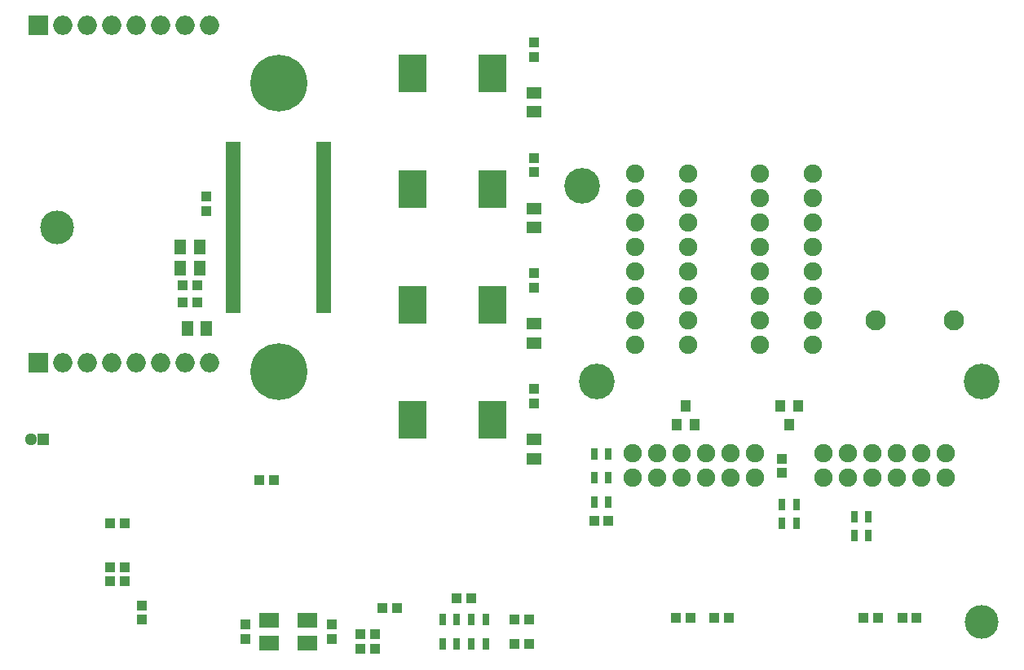
<source format=gbr>
G04 #@! TF.FileFunction,Soldermask,Bot*
%FSLAX46Y46*%
G04 Gerber Fmt 4.6, Leading zero omitted, Abs format (unit mm)*
G04 Created by KiCad (PCBNEW 4.0.7-e2-6376~58~ubuntu16.04.1) date Mon Jun 18 09:55:01 2018*
%MOMM*%
%LPD*%
G01*
G04 APERTURE LIST*
%ADD10C,0.100000*%
%ADD11C,3.500000*%
%ADD12R,1.300000X1.550000*%
%ADD13R,1.050000X1.100000*%
%ADD14R,1.550000X1.300000*%
%ADD15R,1.100000X1.050000*%
%ADD16R,1.500000X0.700000*%
%ADD17R,3.000000X3.900000*%
%ADD18R,0.800000X1.200000*%
%ADD19R,1.300000X1.300000*%
%ADD20O,1.300000X1.300000*%
%ADD21R,1.100000X1.200000*%
%ADD22R,2.000000X2.000000*%
%ADD23O,2.000000X2.000000*%
%ADD24C,5.900000*%
%ADD25R,2.100000X1.500000*%
%ADD26C,1.900000*%
%ADD27C,3.700000*%
%ADD28C,2.100000*%
G04 APERTURE END LIST*
D10*
D11*
X79000000Y-75000000D03*
D12*
X94500000Y-85500000D03*
X92500000Y-85500000D03*
D13*
X94500000Y-73250000D03*
X94500000Y-71750000D03*
D12*
X93750000Y-79250000D03*
X91750000Y-79250000D03*
X93750000Y-77000000D03*
X91750000Y-77000000D03*
D14*
X128500000Y-61000000D03*
X128500000Y-63000000D03*
X128500000Y-73000000D03*
X128500000Y-75000000D03*
X128500000Y-85000000D03*
X128500000Y-87000000D03*
X128500000Y-97000000D03*
X128500000Y-99000000D03*
D13*
X128500000Y-55750000D03*
X128500000Y-57250000D03*
X128500000Y-67750000D03*
X128500000Y-69250000D03*
X128500000Y-79750000D03*
X128500000Y-81250000D03*
X128500000Y-91750000D03*
X128500000Y-93250000D03*
D15*
X86000000Y-111750000D03*
X84500000Y-111750000D03*
D13*
X154250000Y-100500000D03*
X154250000Y-99000000D03*
D15*
X86000000Y-105750000D03*
X84500000Y-105750000D03*
X86000000Y-110250000D03*
X84500000Y-110250000D03*
D13*
X87750000Y-114250000D03*
X87750000Y-115750000D03*
D15*
X100000000Y-101250000D03*
X101500000Y-101250000D03*
D13*
X98500000Y-117750000D03*
X98500000Y-116250000D03*
X107500000Y-116250000D03*
X107500000Y-117750000D03*
D15*
X112750000Y-114500000D03*
X114250000Y-114500000D03*
D13*
X110500000Y-117250000D03*
X110500000Y-118750000D03*
X112000000Y-117250000D03*
X112000000Y-118750000D03*
D15*
X128000000Y-115750000D03*
X126500000Y-115750000D03*
X128000000Y-118250000D03*
X126500000Y-118250000D03*
X122000000Y-113500000D03*
X120500000Y-113500000D03*
X136250000Y-105500000D03*
X134750000Y-105500000D03*
X162750000Y-115500000D03*
X164250000Y-115500000D03*
X143250000Y-115500000D03*
X144750000Y-115500000D03*
X168250000Y-115500000D03*
X166750000Y-115500000D03*
X148750000Y-115500000D03*
X147250000Y-115500000D03*
D16*
X97300000Y-83572500D03*
X97300000Y-82937500D03*
X97300000Y-82302500D03*
X97300000Y-81667500D03*
X97300000Y-81032500D03*
X97300000Y-80397500D03*
X97300000Y-79762500D03*
X97300000Y-79127500D03*
X97300000Y-78492500D03*
X97300000Y-77857500D03*
X97300000Y-77222500D03*
X97300000Y-76587500D03*
X97300000Y-75952500D03*
X97300000Y-75317500D03*
X97300000Y-74682500D03*
X97300000Y-74047500D03*
X97300000Y-73412500D03*
X97300000Y-72777500D03*
X97300000Y-72142500D03*
X97300000Y-71507500D03*
X97300000Y-70872500D03*
X97300000Y-70237500D03*
X97300000Y-69602500D03*
X97300000Y-68967500D03*
X97300000Y-68332500D03*
X97300000Y-67697500D03*
X97300000Y-67062500D03*
X97300000Y-66427500D03*
X106700000Y-66427500D03*
X106700000Y-67062500D03*
X106700000Y-67697500D03*
X106700000Y-68332500D03*
X106700000Y-68967500D03*
X106700000Y-69602500D03*
X106700000Y-70237500D03*
X106700000Y-70872500D03*
X106700000Y-71507500D03*
X106700000Y-72142500D03*
X106700000Y-72777500D03*
X106700000Y-73412500D03*
X106700000Y-74047500D03*
X106700000Y-74682500D03*
X106700000Y-75317500D03*
X106700000Y-75952500D03*
X106700000Y-76587500D03*
X106700000Y-77222500D03*
X106700000Y-77857500D03*
X106700000Y-78492500D03*
X106700000Y-79127500D03*
X106700000Y-79762500D03*
X106700000Y-80397500D03*
X106700000Y-81032500D03*
X106700000Y-81667500D03*
X106700000Y-82302500D03*
X106700000Y-82937500D03*
X106700000Y-83572500D03*
D17*
X115850000Y-59000000D03*
X124150000Y-59000000D03*
X115850000Y-71000000D03*
X124150000Y-71000000D03*
X115850000Y-83000000D03*
X124150000Y-83000000D03*
X115850000Y-95000000D03*
X124150000Y-95000000D03*
D18*
X155750000Y-105750000D03*
X154250000Y-105750000D03*
X155750000Y-103750000D03*
X154250000Y-103750000D03*
X163250000Y-107000000D03*
X161750000Y-107000000D03*
X163250000Y-105000000D03*
X161750000Y-105000000D03*
X119000000Y-115750000D03*
X120500000Y-115750000D03*
X119000000Y-118250000D03*
X120500000Y-118250000D03*
X122000000Y-115750000D03*
X123500000Y-115750000D03*
X122000000Y-118250000D03*
X123500000Y-118250000D03*
X134750000Y-98500000D03*
X136250000Y-98500000D03*
X134750000Y-101000000D03*
X136250000Y-101000000D03*
X136250000Y-103500000D03*
X134750000Y-103500000D03*
D19*
X77500000Y-97000000D03*
D20*
X76230000Y-97000000D03*
D21*
X154050000Y-93500000D03*
X155950000Y-93500000D03*
X155000000Y-95500000D03*
X145200000Y-95500000D03*
X143300000Y-95500000D03*
X144250000Y-93500000D03*
D22*
X77000000Y-89000000D03*
D23*
X79540000Y-89000000D03*
X82080000Y-89000000D03*
X84620000Y-89000000D03*
X87160000Y-89000000D03*
X89700000Y-89000000D03*
X92240000Y-89000000D03*
X94780000Y-89000000D03*
D22*
X77000000Y-54000000D03*
D23*
X79540000Y-54000000D03*
X82080000Y-54000000D03*
X84620000Y-54000000D03*
X87160000Y-54000000D03*
X89700000Y-54000000D03*
X92240000Y-54000000D03*
X94780000Y-54000000D03*
D24*
X102000000Y-90000000D03*
X102000000Y-60000000D03*
D11*
X175000000Y-116000000D03*
D25*
X101000000Y-115800000D03*
X105000000Y-115800000D03*
X105000000Y-118200000D03*
X101000000Y-118200000D03*
D26*
X138780000Y-98450000D03*
X141320000Y-98450000D03*
X143860000Y-98450000D03*
X146400000Y-98450000D03*
X148940000Y-98450000D03*
X151480000Y-98450000D03*
X138780000Y-100990000D03*
X141320000Y-100990000D03*
X143860000Y-100990000D03*
X146400000Y-100990000D03*
X148940000Y-100990000D03*
X151480000Y-100990000D03*
X158520000Y-98450000D03*
X161060000Y-98450000D03*
X163600000Y-98450000D03*
X166140000Y-98450000D03*
X168680000Y-98450000D03*
X171220000Y-98450000D03*
X158520000Y-100990000D03*
X161060000Y-100990000D03*
X163600000Y-100990000D03*
X166140000Y-100990000D03*
X168680000Y-100990000D03*
X171220000Y-100990000D03*
X138980000Y-69400000D03*
X138980000Y-74480000D03*
X138980000Y-79560000D03*
X138980000Y-84640000D03*
X144480000Y-69400000D03*
X144480000Y-74480000D03*
X144480000Y-79560000D03*
X144480000Y-84640000D03*
X151980000Y-69400000D03*
X151980000Y-74480000D03*
X151980000Y-79560000D03*
X151980000Y-84640000D03*
X157480000Y-69400000D03*
X157480000Y-74480000D03*
X157480000Y-79560000D03*
X157480000Y-84640000D03*
X138980000Y-71940000D03*
X138980000Y-77020000D03*
X138980000Y-82100000D03*
X138980000Y-87180000D03*
X144480000Y-71940000D03*
X144480000Y-77020000D03*
X144480000Y-82100000D03*
X144480000Y-87180000D03*
X151980000Y-71940000D03*
X151980000Y-77020000D03*
X151980000Y-82100000D03*
X151980000Y-87180000D03*
X157480000Y-71940000D03*
X157480000Y-77020000D03*
X157480000Y-82100000D03*
X157480000Y-87180000D03*
D27*
X135000000Y-91000000D03*
X175000000Y-91000000D03*
X133500000Y-70700000D03*
D28*
X164000000Y-84600000D03*
X172100000Y-84600000D03*
D15*
X92000000Y-82750000D03*
X93500000Y-82750000D03*
X92000000Y-81000000D03*
X93500000Y-81000000D03*
M02*

</source>
